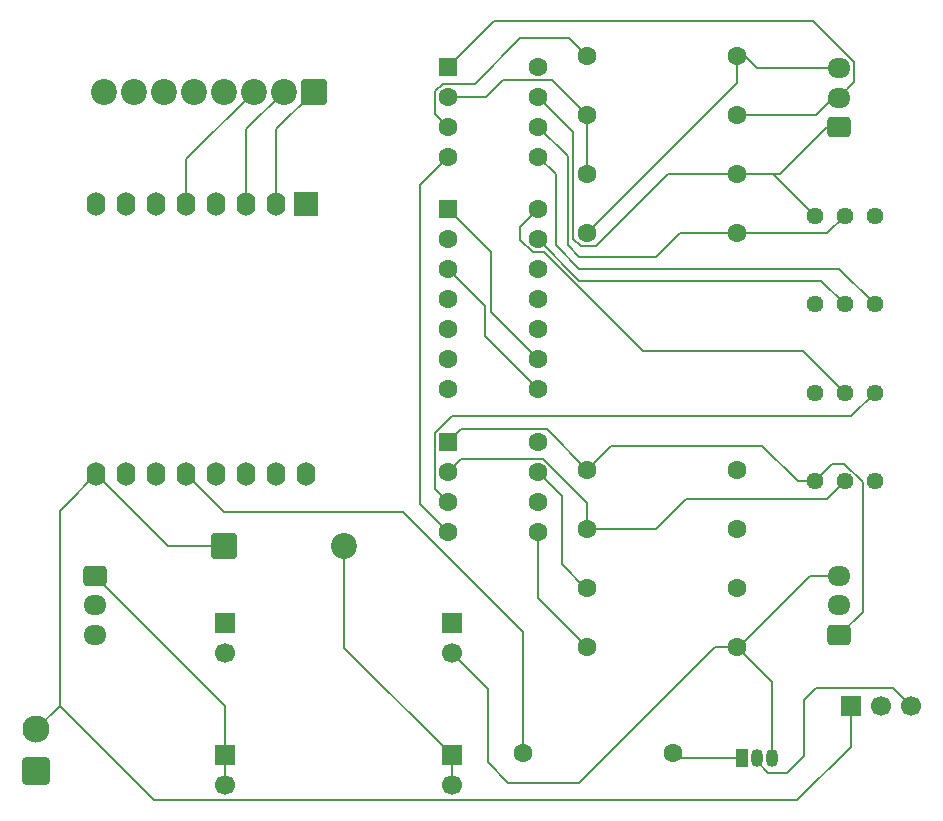
<source format=gtl>
%TF.GenerationSoftware,KiCad,Pcbnew,9.0.7*%
%TF.CreationDate,2026-01-23T14:09:22+01:00*%
%TF.ProjectId,galvoexpress,67616c76-6f65-4787-9072-6573732e6b69,rev?*%
%TF.SameCoordinates,Original*%
%TF.FileFunction,Copper,L1,Top*%
%TF.FilePolarity,Positive*%
%FSLAX46Y46*%
G04 Gerber Fmt 4.6, Leading zero omitted, Abs format (unit mm)*
G04 Created by KiCad (PCBNEW 9.0.7) date 2026-01-23 14:09:22*
%MOMM*%
%LPD*%
G01*
G04 APERTURE LIST*
G04 Aperture macros list*
%AMRoundRect*
0 Rectangle with rounded corners*
0 $1 Rounding radius*
0 $2 $3 $4 $5 $6 $7 $8 $9 X,Y pos of 4 corners*
0 Add a 4 corners polygon primitive as box body*
4,1,4,$2,$3,$4,$5,$6,$7,$8,$9,$2,$3,0*
0 Add four circle primitives for the rounded corners*
1,1,$1+$1,$2,$3*
1,1,$1+$1,$4,$5*
1,1,$1+$1,$6,$7*
1,1,$1+$1,$8,$9*
0 Add four rect primitives between the rounded corners*
20,1,$1+$1,$2,$3,$4,$5,0*
20,1,$1+$1,$4,$5,$6,$7,0*
20,1,$1+$1,$6,$7,$8,$9,0*
20,1,$1+$1,$8,$9,$2,$3,0*%
G04 Aperture macros list end*
%TA.AperFunction,ComponentPad*%
%ADD10C,1.440000*%
%TD*%
%TA.AperFunction,ComponentPad*%
%ADD11C,1.600000*%
%TD*%
%TA.AperFunction,ComponentPad*%
%ADD12RoundRect,0.249999X-0.850001X-0.850001X0.850001X-0.850001X0.850001X0.850001X-0.850001X0.850001X0*%
%TD*%
%TA.AperFunction,ComponentPad*%
%ADD13C,2.200000*%
%TD*%
%TA.AperFunction,ComponentPad*%
%ADD14R,1.700000X1.700000*%
%TD*%
%TA.AperFunction,ComponentPad*%
%ADD15C,1.700000*%
%TD*%
%TA.AperFunction,ComponentPad*%
%ADD16RoundRect,0.250000X-0.725000X0.600000X-0.725000X-0.600000X0.725000X-0.600000X0.725000X0.600000X0*%
%TD*%
%TA.AperFunction,ComponentPad*%
%ADD17O,1.950000X1.700000*%
%TD*%
%TA.AperFunction,ComponentPad*%
%ADD18R,1.050000X1.500000*%
%TD*%
%TA.AperFunction,ComponentPad*%
%ADD19O,1.050000X1.500000*%
%TD*%
%TA.AperFunction,ComponentPad*%
%ADD20RoundRect,0.250000X0.725000X-0.600000X0.725000X0.600000X-0.725000X0.600000X-0.725000X-0.600000X0*%
%TD*%
%TA.AperFunction,ComponentPad*%
%ADD21RoundRect,0.250000X-0.550000X-0.550000X0.550000X-0.550000X0.550000X0.550000X-0.550000X0.550000X0*%
%TD*%
%TA.AperFunction,ComponentPad*%
%ADD22RoundRect,0.250001X0.899999X-0.899999X0.899999X0.899999X-0.899999X0.899999X-0.899999X-0.899999X0*%
%TD*%
%TA.AperFunction,ComponentPad*%
%ADD23C,2.300000*%
%TD*%
%TA.AperFunction,ComponentPad*%
%ADD24R,2.000000X2.000000*%
%TD*%
%TA.AperFunction,ComponentPad*%
%ADD25O,1.600000X2.000000*%
%TD*%
%TA.AperFunction,ComponentPad*%
%ADD26RoundRect,0.249999X0.850001X0.850001X-0.850001X0.850001X-0.850001X-0.850001X0.850001X-0.850001X0*%
%TD*%
%TA.AperFunction,Conductor*%
%ADD27C,0.200000*%
%TD*%
G04 APERTURE END LIST*
D10*
%TO.P,RV3,3,3*%
%TO.N,Net-(J10-Pin_1)*%
X125420000Y-85500000D03*
%TO.P,RV3,2,2*%
%TO.N,Net-(U4A--)*%
X127960000Y-85500000D03*
%TO.P,RV3,1,1*%
%TO.N,unconnected-(RV3-Pad1)*%
X130500000Y-85500000D03*
%TD*%
%TO.P,RV1,1,1*%
%TO.N,unconnected-(RV1-Pad1)*%
X130500000Y-63000000D03*
%TO.P,RV1,2,2*%
%TO.N,Net-(U3B--)*%
X127960000Y-63000000D03*
%TO.P,RV1,3,3*%
%TO.N,Net-(J9-Pin_1)*%
X125420000Y-63000000D03*
%TD*%
D11*
%TO.P,R2,1*%
%TO.N,Net-(U1-D3)*%
X100760000Y-108500000D03*
%TO.P,R2,2*%
%TO.N,Net-(Q1-B)*%
X113460000Y-108500000D03*
%TD*%
D12*
%TO.P,D1,1,K*%
%TO.N,Net-(D1-K)*%
X75420000Y-91000000D03*
D13*
%TO.P,D1,2,A*%
%TO.N,Net-(D1-A)*%
X85580000Y-91000000D03*
%TD*%
D14*
%TO.P,J2,1,Pin_1*%
%TO.N,Net-(J10-Pin_3)*%
X94700000Y-97460000D03*
D15*
%TO.P,J2,2,Pin_2*%
X94700000Y-100000000D03*
%TD*%
D11*
%TO.P,R1,1*%
%TO.N,Net-(J9-Pin_1)*%
X118850000Y-59500000D03*
%TO.P,R1,2*%
%TO.N,Net-(U3A--)*%
X106150000Y-59500000D03*
%TD*%
D14*
%TO.P,J4,1,Pin_1*%
%TO.N,Net-(J10-Pin_3)*%
X75500000Y-97500000D03*
D15*
%TO.P,J4,2,Pin_2*%
X75500000Y-100040000D03*
%TD*%
D16*
%TO.P,J5,1,Pin_1*%
%TO.N,Net-(J3-Pin_1)*%
X64500000Y-93500000D03*
D17*
%TO.P,J5,2,Pin_2*%
%TO.N,Net-(J10-Pin_3)*%
X64500000Y-96000000D03*
%TO.P,J5,3,Pin_3*%
%TO.N,Net-(J5-Pin_3)*%
X64500000Y-98500000D03*
%TD*%
D11*
%TO.P,R6,1*%
%TO.N,Net-(J10-Pin_3)*%
X118850000Y-89500000D03*
%TO.P,R6,2*%
%TO.N,Net-(U4A--)*%
X106150000Y-89500000D03*
%TD*%
D14*
%TO.P,J1,1,Pin_1*%
%TO.N,Net-(D1-A)*%
X94700000Y-108700000D03*
D15*
%TO.P,J1,2,Pin_2*%
X94700000Y-111240000D03*
%TD*%
D10*
%TO.P,RV6,1,1*%
%TO.N,Net-(U3B-+)*%
X130500000Y-70500000D03*
%TO.P,RV6,2,2*%
%TO.N,Net-(U2-VrefA)*%
X127960000Y-70500000D03*
%TO.P,RV6,3,3*%
%TO.N,unconnected-(RV6-Pad3)*%
X125420000Y-70500000D03*
%TD*%
D18*
%TO.P,Q1,1,B*%
%TO.N,Net-(Q1-B)*%
X119260000Y-108950000D03*
D19*
%TO.P,Q1,2,E*%
%TO.N,Net-(J6-Pin_3)*%
X120530000Y-108950000D03*
%TO.P,Q1,3,C*%
%TO.N,Net-(J10-Pin_3)*%
X121800000Y-108950000D03*
%TD*%
D11*
%TO.P,R8,1*%
%TO.N,Net-(J10-Pin_3)*%
X118850000Y-99500000D03*
%TO.P,R8,2*%
%TO.N,Net-(U4B-+)*%
X106150000Y-99500000D03*
%TD*%
%TO.P,R7,1*%
%TO.N,Net-(J10-Pin_1)*%
X106150000Y-84500000D03*
%TO.P,R7,2*%
%TO.N,Net-(U4B--)*%
X118850000Y-84500000D03*
%TD*%
%TO.P,R9,1*%
%TO.N,Net-(U4B--)*%
X118850000Y-94500000D03*
%TO.P,R9,2*%
%TO.N,Net-(J10-Pin_2)*%
X106150000Y-94500000D03*
%TD*%
D20*
%TO.P,J10,1,Pin_1*%
%TO.N,Net-(J10-Pin_1)*%
X127500000Y-98500000D03*
D17*
%TO.P,J10,2,Pin_2*%
%TO.N,Net-(J10-Pin_2)*%
X127500000Y-96000000D03*
%TO.P,J10,3,Pin_3*%
%TO.N,Net-(J10-Pin_3)*%
X127500000Y-93500000D03*
%TD*%
D11*
%TO.P,R4,1*%
%TO.N,Net-(J10-Pin_3)*%
X106150000Y-64500000D03*
%TO.P,R4,2*%
%TO.N,Net-(U3B--)*%
X118850000Y-64500000D03*
%TD*%
D21*
%TO.P,U2,1,Vdd*%
%TO.N,Net-(U1-3V3)*%
X94380000Y-62460000D03*
D11*
%TO.P,U2,2,NC*%
%TO.N,unconnected-(U2-NC-Pad2)*%
X94380000Y-65000000D03*
%TO.P,U2,3,~{CS}*%
%TO.N,Net-(U1-CS{slash}D8)*%
X94380000Y-67540000D03*
%TO.P,U2,4,SCK*%
%TO.N,Net-(U1-SCK{slash}D5)*%
X94380000Y-70080000D03*
%TO.P,U2,5,SDI*%
%TO.N,Net-(U1-MOSI{slash}D7)*%
X94380000Y-72620000D03*
%TO.P,U2,6,NC*%
%TO.N,unconnected-(U2-NC-Pad6)*%
X94380000Y-75160000D03*
%TO.P,U2,7,NC*%
%TO.N,unconnected-(U2-NC-Pad7)*%
X94380000Y-77700000D03*
%TO.P,U2,8,~{LDAC}*%
%TO.N,Net-(U1-CS{slash}D8)*%
X102000000Y-77700000D03*
%TO.P,U2,9,~{SHDN}*%
%TO.N,Net-(U1-3V3)*%
X102000000Y-75160000D03*
%TO.P,U2,10,VB*%
%TO.N,unconnected-(U2-VB-Pad10)*%
X102000000Y-72620000D03*
%TO.P,U2,11,VrefB*%
%TO.N,unconnected-(U2-VrefB-Pad11)*%
X102000000Y-70080000D03*
%TO.P,U2,12,Vss*%
%TO.N,Net-(J10-Pin_3)*%
X102000000Y-67540000D03*
%TO.P,U2,13,VrefA*%
%TO.N,Net-(U2-VrefA)*%
X102000000Y-65000000D03*
%TO.P,U2,14,VA*%
%TO.N,Net-(U2-VA)*%
X102000000Y-62460000D03*
%TD*%
D10*
%TO.P,RV2,1,1*%
%TO.N,Net-(U4A-+)*%
X130500000Y-78000000D03*
%TO.P,RV2,2,2*%
%TO.N,Net-(U2-VA)*%
X127960000Y-78000000D03*
%TO.P,RV2,3,3*%
%TO.N,unconnected-(RV2-Pad3)*%
X125420000Y-78000000D03*
%TD*%
D22*
%TO.P,J7,1,Pin_1*%
%TO.N,Net-(J10-Pin_3)*%
X59500000Y-110000000D03*
D23*
%TO.P,J7,2,Pin_2*%
%TO.N,Net-(D1-K)*%
X59500000Y-106500000D03*
%TD*%
D11*
%TO.P,R3,1*%
%TO.N,Net-(J9-Pin_2)*%
X118850000Y-54500000D03*
%TO.P,R3,2*%
%TO.N,Net-(U3A--)*%
X106150000Y-54500000D03*
%TD*%
%TO.P,R5,1*%
%TO.N,Net-(J10-Pin_3)*%
X118850000Y-49500000D03*
%TO.P,R5,2*%
%TO.N,Net-(U3A-+)*%
X106150000Y-49500000D03*
%TD*%
D20*
%TO.P,J9,1,Pin_1*%
%TO.N,Net-(J9-Pin_1)*%
X127500000Y-55500000D03*
D17*
%TO.P,J9,2,Pin_2*%
%TO.N,Net-(J9-Pin_2)*%
X127500000Y-53000000D03*
%TO.P,J9,3,Pin_3*%
%TO.N,Net-(J10-Pin_3)*%
X127500000Y-50500000D03*
%TD*%
D21*
%TO.P,U3,1*%
%TO.N,Net-(J9-Pin_2)*%
X94380000Y-50380000D03*
D11*
%TO.P,U3,2,-*%
%TO.N,Net-(U3A--)*%
X94380000Y-52920000D03*
%TO.P,U3,3,+*%
%TO.N,Net-(U3A-+)*%
X94380000Y-55460000D03*
%TO.P,U3,4,V-*%
%TO.N,Net-(J5-Pin_3)*%
X94380000Y-58000000D03*
%TO.P,U3,5,+*%
%TO.N,Net-(U3B-+)*%
X102000000Y-58000000D03*
%TO.P,U3,6,-*%
%TO.N,Net-(U3B--)*%
X102000000Y-55460000D03*
%TO.P,U3,7*%
%TO.N,Net-(J9-Pin_1)*%
X102000000Y-52920000D03*
%TO.P,U3,8,V+*%
%TO.N,Net-(J3-Pin_1)*%
X102000000Y-50380000D03*
%TD*%
D24*
%TO.P,U1,1,~{RST}*%
%TO.N,unconnected-(U1-~{RST}-Pad1)*%
X82390000Y-62055000D03*
D25*
%TO.P,U1,2,A0*%
%TO.N,Net-(J8-Pin_1)*%
X79850000Y-62055000D03*
%TO.P,U1,3,D0*%
%TO.N,Net-(J8-Pin_2)*%
X77310000Y-62055000D03*
%TO.P,U1,4,SCK/D5*%
%TO.N,Net-(U1-SCK{slash}D5)*%
X74770000Y-62055000D03*
%TO.P,U1,5,MISO/D6*%
%TO.N,Net-(J8-Pin_3)*%
X72230000Y-62055000D03*
%TO.P,U1,6,MOSI/D7*%
%TO.N,Net-(U1-MOSI{slash}D7)*%
X69690000Y-62055000D03*
%TO.P,U1,7,CS/D8*%
%TO.N,Net-(U1-CS{slash}D8)*%
X67150000Y-62055000D03*
%TO.P,U1,8,3V3*%
%TO.N,Net-(U1-3V3)*%
X64610000Y-62055000D03*
%TO.P,U1,9,5V*%
%TO.N,Net-(D1-K)*%
X64610000Y-84915000D03*
%TO.P,U1,10,GND*%
%TO.N,Net-(J10-Pin_3)*%
X67150000Y-84915000D03*
%TO.P,U1,11,D4*%
%TO.N,Net-(J8-Pin_8)*%
X69690000Y-84915000D03*
%TO.P,U1,12,D3*%
%TO.N,Net-(U1-D3)*%
X72230000Y-84915000D03*
%TO.P,U1,13,SDA/D2*%
%TO.N,Net-(J8-Pin_7)*%
X74770000Y-84915000D03*
%TO.P,U1,14,SCL/D1*%
%TO.N,Net-(J8-Pin_6)*%
X77310000Y-84915000D03*
%TO.P,U1,15,RX*%
%TO.N,Net-(J8-Pin_5)*%
X79850000Y-84915000D03*
%TO.P,U1,16,TX*%
%TO.N,Net-(J8-Pin_4)*%
X82390000Y-84915000D03*
%TD*%
D14*
%TO.P,J3,1,Pin_1*%
%TO.N,Net-(J3-Pin_1)*%
X75500000Y-108700000D03*
D15*
%TO.P,J3,2,Pin_2*%
X75500000Y-111240000D03*
%TD*%
D14*
%TO.P,J6,1,Pin_1*%
%TO.N,Net-(D1-K)*%
X128460000Y-104500000D03*
D15*
%TO.P,J6,2,Pin_2*%
%TO.N,unconnected-(J6-Pin_2-Pad2)*%
X131000000Y-104500000D03*
%TO.P,J6,3,Pin_3*%
%TO.N,Net-(J6-Pin_3)*%
X133540000Y-104500000D03*
%TD*%
D26*
%TO.P,J8,1,Pin_1*%
%TO.N,Net-(J8-Pin_1)*%
X83000000Y-52500000D03*
D13*
%TO.P,J8,2,Pin_2*%
%TO.N,Net-(J8-Pin_2)*%
X80460000Y-52500000D03*
%TO.P,J8,3,Pin_3*%
%TO.N,Net-(J8-Pin_3)*%
X77920000Y-52500000D03*
%TO.P,J8,4,Pin_4*%
%TO.N,Net-(J8-Pin_4)*%
X75380000Y-52500000D03*
%TO.P,J8,5,Pin_5*%
%TO.N,Net-(J8-Pin_5)*%
X72840000Y-52500000D03*
%TO.P,J8,6,Pin_6*%
%TO.N,Net-(J8-Pin_6)*%
X70300000Y-52500000D03*
%TO.P,J8,7,Pin_7*%
%TO.N,Net-(J8-Pin_7)*%
X67760000Y-52500000D03*
%TO.P,J8,8,Pin_8*%
%TO.N,Net-(J8-Pin_8)*%
X65220000Y-52500000D03*
%TD*%
D21*
%TO.P,U4,1*%
%TO.N,Net-(J10-Pin_1)*%
X94380000Y-82190000D03*
D11*
%TO.P,U4,2,-*%
%TO.N,Net-(U4A--)*%
X94380000Y-84730000D03*
%TO.P,U4,3,+*%
%TO.N,Net-(U4A-+)*%
X94380000Y-87270000D03*
%TO.P,U4,4,V-*%
%TO.N,Net-(J5-Pin_3)*%
X94380000Y-89810000D03*
%TO.P,U4,5,+*%
%TO.N,Net-(U4B-+)*%
X102000000Y-89810000D03*
%TO.P,U4,6,-*%
%TO.N,Net-(U4B--)*%
X102000000Y-87270000D03*
%TO.P,U4,7*%
%TO.N,Net-(J10-Pin_2)*%
X102000000Y-84730000D03*
%TO.P,U4,8,V+*%
%TO.N,Net-(J3-Pin_1)*%
X102000000Y-82190000D03*
%TD*%
D27*
%TO.N,Net-(J10-Pin_1)*%
X129479000Y-85575087D02*
X129479000Y-96521000D01*
X126920000Y-84000000D02*
X127903913Y-84000000D01*
X127903913Y-84000000D02*
X129479000Y-85575087D01*
X125420000Y-85500000D02*
X126920000Y-84000000D01*
X129479000Y-96521000D02*
X127500000Y-98500000D01*
%TO.N,Net-(D1-K)*%
X128460000Y-104500000D02*
X128460000Y-107960000D01*
X128460000Y-107960000D02*
X123920000Y-112500000D01*
%TO.N,Net-(J6-Pin_3)*%
X125500000Y-103000000D02*
X132040000Y-103000000D01*
X124500000Y-104000000D02*
X125500000Y-103000000D01*
X123111000Y-110151000D02*
X124500000Y-108762000D01*
X132040000Y-103000000D02*
X133540000Y-104500000D01*
X121506000Y-110151000D02*
X123111000Y-110151000D01*
X120530000Y-109175000D02*
X121506000Y-110151000D01*
X124500000Y-108762000D02*
X124500000Y-104000000D01*
X120530000Y-108950000D02*
X120530000Y-109175000D01*
%TO.N,Net-(D1-A)*%
X85580000Y-99580000D02*
X94700000Y-108700000D01*
X85580000Y-91000000D02*
X85580000Y-99580000D01*
%TO.N,Net-(J10-Pin_3)*%
X97750000Y-103050000D02*
X97750000Y-109250000D01*
X94700000Y-100000000D02*
X97750000Y-103050000D01*
X97750000Y-109250000D02*
X99500000Y-111000000D01*
%TO.N,Net-(J3-Pin_1)*%
X75500000Y-108700000D02*
X75500000Y-111240000D01*
%TO.N,Net-(D1-A)*%
X94700000Y-108700000D02*
X94700000Y-111240000D01*
%TO.N,Net-(J3-Pin_1)*%
X75500000Y-104500000D02*
X64500000Y-93500000D01*
X75500000Y-108700000D02*
X75500000Y-104500000D01*
%TO.N,Net-(U1-D3)*%
X75407500Y-88092500D02*
X90592500Y-88092500D01*
X72230000Y-84915000D02*
X75407500Y-88092500D01*
X90592500Y-88092500D02*
X100760000Y-98260000D01*
X100760000Y-98260000D02*
X100760000Y-108500000D01*
%TO.N,Net-(J9-Pin_1)*%
X121920000Y-59500000D02*
X118850000Y-59500000D01*
X125420000Y-63000000D02*
X121920000Y-59500000D01*
%TO.N,Net-(U3B--)*%
X118850000Y-64500000D02*
X126460000Y-64500000D01*
X126460000Y-64500000D02*
X127960000Y-63000000D01*
%TO.N,Net-(J8-Pin_1)*%
X79850000Y-55650000D02*
X83000000Y-52500000D01*
X79850000Y-62055000D02*
X79850000Y-55650000D01*
%TO.N,Net-(J8-Pin_2)*%
X77310000Y-55650000D02*
X80460000Y-52500000D01*
X77310000Y-62055000D02*
X77310000Y-55650000D01*
%TO.N,Net-(J8-Pin_3)*%
X72230000Y-58190000D02*
X77920000Y-52500000D01*
X72230000Y-62055000D02*
X72230000Y-58190000D01*
%TO.N,Net-(J5-Pin_3)*%
X92000000Y-87430000D02*
X94380000Y-89810000D01*
X94380000Y-58000000D02*
X92000000Y-60380000D01*
X92000000Y-60380000D02*
X92000000Y-87430000D01*
%TO.N,Net-(U1-CS{slash}D8)*%
X97500000Y-70660000D02*
X94380000Y-67540000D01*
X102000000Y-77700000D02*
X97500000Y-73200000D01*
X97500000Y-73200000D02*
X97500000Y-70660000D01*
%TO.N,Net-(U1-3V3)*%
X97920000Y-66000000D02*
X94380000Y-62460000D01*
X98000000Y-66000000D02*
X97920000Y-66000000D01*
X98000000Y-71160000D02*
X98000000Y-66000000D01*
X102000000Y-75160000D02*
X98000000Y-71160000D01*
%TO.N,Net-(J9-Pin_1)*%
X113000000Y-59500000D02*
X118850000Y-59500000D01*
X105601000Y-65601000D02*
X106899000Y-65601000D01*
X105000000Y-65000000D02*
X105601000Y-65601000D01*
X105000000Y-55920000D02*
X105000000Y-65000000D01*
X106899000Y-65601000D02*
X113000000Y-59500000D01*
X102000000Y-52920000D02*
X105000000Y-55920000D01*
%TO.N,Net-(U3A--)*%
X99000000Y-51500000D02*
X97580000Y-52920000D01*
X103150000Y-51500000D02*
X99000000Y-51500000D01*
X106150000Y-54500000D02*
X103150000Y-51500000D01*
X97580000Y-52920000D02*
X94380000Y-52920000D01*
%TO.N,Net-(U3A-+)*%
X93279000Y-52463950D02*
X93279000Y-54359000D01*
X96681000Y-51819000D02*
X93923950Y-51819000D01*
X100500000Y-48000000D02*
X96681000Y-51819000D01*
X93923950Y-51819000D02*
X93279000Y-52463950D01*
X104650000Y-48000000D02*
X100500000Y-48000000D01*
X93279000Y-54359000D02*
X94380000Y-55460000D01*
X106150000Y-49500000D02*
X104650000Y-48000000D01*
%TO.N,Net-(U3B--)*%
X104500000Y-57960000D02*
X102000000Y-55460000D01*
X104500000Y-65500000D02*
X104500000Y-57960000D01*
X105500000Y-66500000D02*
X104500000Y-65500000D01*
X112000000Y-66500000D02*
X105500000Y-66500000D01*
X114000000Y-64500000D02*
X112000000Y-66500000D01*
X118850000Y-64500000D02*
X114000000Y-64500000D01*
%TO.N,Net-(U3B-+)*%
X103500000Y-59500000D02*
X102000000Y-58000000D01*
X103500000Y-65500000D02*
X103500000Y-59500000D01*
X105500000Y-67500000D02*
X103500000Y-65500000D01*
X130500000Y-70500000D02*
X127500000Y-67500000D01*
X127500000Y-67500000D02*
X105500000Y-67500000D01*
%TO.N,Net-(U2-VrefA)*%
X105500000Y-68500000D02*
X125960000Y-68500000D01*
X125960000Y-68500000D02*
X127960000Y-70500000D01*
X102000000Y-65000000D02*
X105500000Y-68500000D01*
%TO.N,Net-(U2-VA)*%
X102500000Y-66101000D02*
X110899000Y-74500000D01*
X100500000Y-65057050D02*
X101543950Y-66101000D01*
X110899000Y-74500000D02*
X124460000Y-74500000D01*
X124460000Y-74500000D02*
X127960000Y-78000000D01*
X100500000Y-63960000D02*
X100500000Y-65057050D01*
X102000000Y-62460000D02*
X100500000Y-63960000D01*
X101543950Y-66101000D02*
X102500000Y-66101000D01*
%TO.N,Net-(J9-Pin_1)*%
X126500000Y-55500000D02*
X122500000Y-59500000D01*
X122500000Y-59500000D02*
X118850000Y-59500000D01*
X127500000Y-55500000D02*
X126500000Y-55500000D01*
%TO.N,Net-(J9-Pin_2)*%
X128776000Y-51724000D02*
X127500000Y-53000000D01*
X128776000Y-50023240D02*
X128776000Y-51724000D01*
X125252760Y-46500000D02*
X128776000Y-50023240D01*
X98260000Y-46500000D02*
X125252760Y-46500000D01*
X94380000Y-50380000D02*
X98260000Y-46500000D01*
X125500000Y-54500000D02*
X118850000Y-54500000D01*
X127000000Y-53000000D02*
X125500000Y-54500000D01*
X127500000Y-53000000D02*
X127000000Y-53000000D01*
%TO.N,Net-(J10-Pin_3)*%
X120500000Y-50500000D02*
X127500000Y-50500000D01*
X119500000Y-49500000D02*
X120500000Y-50500000D01*
X118850000Y-49500000D02*
X119500000Y-49500000D01*
X118850000Y-51800000D02*
X106150000Y-64500000D01*
X118850000Y-49500000D02*
X118850000Y-51800000D01*
%TO.N,Net-(U3A--)*%
X106150000Y-59500000D02*
X106150000Y-54500000D01*
%TO.N,Net-(J10-Pin_1)*%
X124000000Y-85500000D02*
X125420000Y-85500000D01*
X120500000Y-82500000D02*
X108150000Y-82500000D01*
X120500000Y-82500000D02*
X121000000Y-82500000D01*
X121000000Y-82500000D02*
X124000000Y-85500000D01*
%TO.N,Net-(U4A--)*%
X114500000Y-87000000D02*
X126460000Y-87000000D01*
X106150000Y-89500000D02*
X112000000Y-89500000D01*
X112000000Y-89500000D02*
X114500000Y-87000000D01*
X126460000Y-87000000D02*
X127960000Y-85500000D01*
%TO.N,Net-(J10-Pin_1)*%
X108150000Y-82500000D02*
X106150000Y-84500000D01*
%TO.N,Net-(U4A-+)*%
X128500000Y-80000000D02*
X130500000Y-78000000D01*
X93279000Y-86169000D02*
X93279000Y-81404840D01*
X93279000Y-81404840D02*
X94683840Y-80000000D01*
X94380000Y-87270000D02*
X93279000Y-86169000D01*
X94683840Y-80000000D02*
X128500000Y-80000000D01*
%TO.N,Net-(J10-Pin_1)*%
X95481000Y-81089000D02*
X94380000Y-82190000D01*
X102739000Y-81089000D02*
X95481000Y-81089000D01*
X106150000Y-84500000D02*
X102739000Y-81089000D01*
%TO.N,Net-(U4A--)*%
X95481000Y-83629000D02*
X94380000Y-84730000D01*
X106150000Y-87322950D02*
X102456050Y-83629000D01*
X106150000Y-89500000D02*
X106150000Y-87322950D01*
X102456050Y-83629000D02*
X95481000Y-83629000D01*
%TO.N,Net-(J10-Pin_2)*%
X104000000Y-86730000D02*
X102000000Y-84730000D01*
X104000000Y-92500000D02*
X104000000Y-86730000D01*
X106000000Y-94500000D02*
X104000000Y-92500000D01*
X106150000Y-94500000D02*
X106000000Y-94500000D01*
%TO.N,Net-(U4B-+)*%
X102000000Y-95350000D02*
X106150000Y-99500000D01*
X102000000Y-89810000D02*
X102000000Y-95350000D01*
%TO.N,Net-(J10-Pin_3)*%
X125000000Y-93500000D02*
X127500000Y-93500000D01*
X119000000Y-99500000D02*
X125000000Y-93500000D01*
X118850000Y-99500000D02*
X119000000Y-99500000D01*
%TO.N,Net-(D1-K)*%
X69500000Y-112500000D02*
X123920000Y-112500000D01*
X61500000Y-104500000D02*
X69500000Y-112500000D01*
%TO.N,Net-(J10-Pin_3)*%
X121800000Y-102450000D02*
X121800000Y-108950000D01*
X118850000Y-99500000D02*
X121800000Y-102450000D01*
%TO.N,Net-(Q1-B)*%
X113910000Y-108950000D02*
X113460000Y-108500000D01*
X119260000Y-108950000D02*
X113910000Y-108950000D01*
%TO.N,Net-(J10-Pin_3)*%
X105500000Y-111000000D02*
X117000000Y-99500000D01*
X99500000Y-111000000D02*
X105500000Y-111000000D01*
X117000000Y-99500000D02*
X118850000Y-99500000D01*
%TO.N,Net-(D1-K)*%
X61500000Y-104500000D02*
X59500000Y-106500000D01*
X61500000Y-88000000D02*
X61500000Y-104500000D01*
X64610000Y-84915000D02*
X62025000Y-87500000D01*
X62025000Y-87500000D02*
X62000000Y-87500000D01*
X62000000Y-87500000D02*
X61500000Y-88000000D01*
X64610000Y-84915000D02*
X70695000Y-91000000D01*
X75420000Y-91000000D02*
X70695000Y-91000000D01*
%TD*%
M02*

</source>
